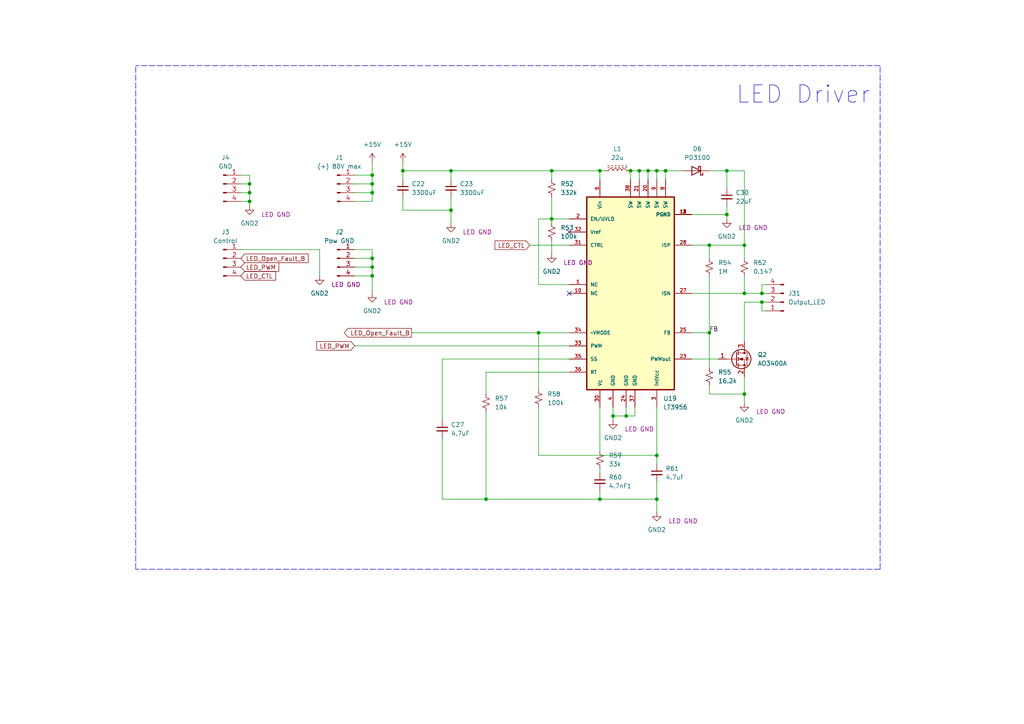
<source format=kicad_sch>
(kicad_sch (version 20211123) (generator eeschema)
  (paper "A4")
  (lib_symbols
    (symbol "Connector:Conn_01x04_Male" (pin_names (offset 1.016) hide)
      (property "Reference" "J" (at 0 5.08 0))
      (property "Value" "Conn_01x04_Male" (at 0 -7.62 0))
      (symbol "Conn_01x04_Male_1_1"
        (polyline (pts (xy 1.27 -5.08) (xy 0.8636 -5.08)) (stroke (width 0.1524)))
        (polyline (pts (xy 1.27 -2.54) (xy 0.8636 -2.54)) (stroke (width 0.1524)))
        (polyline (pts (xy 1.27 0) (xy 0.8636 0)) (stroke (width 0.1524)))
        (polyline (pts (xy 1.27 2.54) (xy 0.8636 2.54)) (stroke (width 0.1524)))
        (rectangle (start 0.8636 -4.953) (end 0 -5.207) (stroke (width 0.1524)) (fill (type outline)))
        (rectangle (start 0.8636 -2.413) (end 0 -2.667) (stroke (width 0.1524)) (fill (type outline)))
        (rectangle (start 0.8636 0.127) (end 0 -0.127) (stroke (width 0.1524)) (fill (type outline)))
        (rectangle (start 0.8636 2.667) (end 0 2.413) (stroke (width 0.1524)) (fill (type outline)))
        (pin passive line (at 5.08 2.54 180) (length 3.81) (name "Pin_1") (number "1"))
        (pin passive line (at 5.08 0 180) (length 3.81) (name "Pin_2") (number "2"))
        (pin passive line (at 5.08 -2.54 180) (length 3.81) (name "Pin_3") (number "3"))
        (pin passive line (at 5.08 -5.08 180) (length 3.81) (name "Pin_4") (number "4"))
      )
    )
    (symbol "Device:C_Small" (pin_numbers hide) (pin_names (offset 0.254) hide)
      (property "Reference" "C" (at 0.254 1.778 0))
      (property "Value" "C_Small" (at 0.254 -2.032 0))
      (symbol "C_Small_0_1"
        (polyline (pts (xy -1.524 -0.508) (xy 1.524 -0.508)) (stroke (width 0.3302)))
        (polyline (pts (xy -1.524 0.508) (xy 1.524 0.508)) (stroke (width 0.3048)))
      )
      (symbol "C_Small_1_1"
        (pin passive line (at 0 2.54 270) (length 2.032) (name "~") (number "1"))
        (pin passive line (at 0 -2.54 90) (length 2.032) (name "~") (number "2"))
      )
    )
    (symbol "Device:L_Ferrite" (pin_numbers hide) (pin_names (offset 1.016) hide)
      (property "Reference" "L" (at -1.27 0 90))
      (property "Value" "L_Ferrite" (at 2.794 0 90))
      (symbol "L_Ferrite_0_1"
        (arc (start 0 -2.54) (mid 0.635 -1.905) (end 0 -1.27))
        (arc (start 0 -1.27) (mid 0.635 -0.635) (end 0 0))
        (polyline (pts (xy 1.016 -2.794) (xy 1.016 -2.286)))
        (polyline (pts (xy 1.016 -1.778) (xy 1.016 -1.27)))
        (polyline (pts (xy 1.016 -0.762) (xy 1.016 -0.254)))
        (polyline (pts (xy 1.016 0.254) (xy 1.016 0.762)))
        (polyline (pts (xy 1.016 1.27) (xy 1.016 1.778)))
        (polyline (pts (xy 1.016 2.286) (xy 1.016 2.794)))
        (polyline (pts (xy 1.524 -2.286) (xy 1.524 -2.794)))
        (polyline (pts (xy 1.524 -1.27) (xy 1.524 -1.778)))
        (polyline (pts (xy 1.524 -0.254) (xy 1.524 -0.762)))
        (polyline (pts (xy 1.524 0.762) (xy 1.524 0.254)))
        (polyline (pts (xy 1.524 1.778) (xy 1.524 1.27)))
        (polyline (pts (xy 1.524 2.794) (xy 1.524 2.286)))
        (arc (start 0 0) (mid 0.635 0.635) (end 0 1.27))
        (arc (start 0 1.27) (mid 0.635 1.905) (end 0 2.54))
      )
      (symbol "L_Ferrite_1_1"
        (pin passive line (at 0 3.81 270) (length 1.27) (name "1") (number "1"))
        (pin passive line (at 0 -3.81 90) (length 1.27) (name "2") (number "2"))
      )
    )
    (symbol "Device:R_Small_US" (pin_numbers hide) (pin_names (offset 0.254) hide)
      (property "Reference" "R" (at 0.762 0.508 0))
      (property "Value" "R_Small_US" (at 0.762 -1.016 0))
      (symbol "R_Small_US_1_1"
        (polyline (pts (xy 0 0) (xy 1.016 -0.381) (xy 0 -0.762) (xy -1.016 -1.143) (xy 0 -1.524)))
        (polyline (pts (xy 0 1.524) (xy 1.016 1.143) (xy 0 0.762) (xy -1.016 0.381) (xy 0 0)))
        (pin passive line (at 0 2.54 270) (length 1.016) (name "~") (number "1"))
        (pin passive line (at 0 -2.54 90) (length 1.016) (name "~") (number "2"))
      )
    )
    (symbol "Diode:CDBA3100-HF" (pin_numbers hide) (pin_names hide)
      (property "Reference" "D" (at 0 2.54 0))
      (property "Value" "CDBA3100-HF" (at 0 -2.54 0))
      (symbol "CDBA3100-HF_0_1"
        (polyline (pts (xy 1.27 0) (xy -1.27 0)))
        (polyline (pts (xy 1.27 1.27) (xy 1.27 -1.27) (xy -1.27 0) (xy 1.27 1.27)) (stroke (width 0.254)))
        (polyline (pts (xy -1.905 0.635) (xy -1.905 1.27) (xy -1.27 1.27) (xy -1.27 -1.27) (xy -0.635 -1.27) (xy -0.635 -0.635)) (stroke (width 0.254)))
      )
      (symbol "CDBA3100-HF_1_1"
        (pin passive line (at -3.81 0 0) (length 2.54) (name "K") (number "1"))
        (pin passive line (at 3.81 0 180) (length 2.54) (name "A") (number "2"))
      )
    )
    (symbol "Transistor_FET:AO3400A" (pin_names hide)
      (property "Reference" "Q" (at 5.08 1.905 0))
      (property "Value" "AO3400A" (at 5.08 0 0))
      (symbol "AO3400A_0_1"
        (polyline (pts (xy 0.254 0) (xy -2.54 0)))
        (polyline (pts (xy 0.254 1.905) (xy 0.254 -1.905)) (stroke (width 0.254)))
        (polyline (pts (xy 0.762 -1.27) (xy 0.762 -2.286)) (stroke (width 0.254)))
        (polyline (pts (xy 0.762 0.508) (xy 0.762 -0.508)) (stroke (width 0.254)))
        (polyline (pts (xy 0.762 2.286) (xy 0.762 1.27)) (stroke (width 0.254)))
        (polyline (pts (xy 2.54 2.54) (xy 2.54 1.778)))
        (polyline (pts (xy 2.54 -2.54) (xy 2.54 0) (xy 0.762 0)))
        (polyline (pts (xy 0.762 -1.778) (xy 3.302 -1.778) (xy 3.302 1.778) (xy 0.762 1.778)))
        (polyline (pts (xy 1.016 0) (xy 2.032 0.381) (xy 2.032 -0.381) (xy 1.016 0)) (fill (type outline)))
        (polyline (pts (xy 2.794 0.508) (xy 2.921 0.381) (xy 3.683 0.381) (xy 3.81 0.254)))
        (polyline (pts (xy 3.302 0.381) (xy 2.921 -0.254) (xy 3.683 -0.254) (xy 3.302 0.381)))
        (circle (center 1.651 0) (radius 2.794) (stroke (width 0.254)))
        (circle (center 2.54 -1.778) (radius 0.254) (fill (type outline)))
        (circle (center 2.54 1.778) (radius 0.254) (fill (type outline)))
      )
      (symbol "AO3400A_1_1"
        (pin input line (at -5.08 0 0) (length 2.54) (name "G") (number "1"))
        (pin passive line (at 2.54 -5.08 90) (length 2.54) (name "S") (number "2"))
        (pin passive line (at 2.54 5.08 270) (length 2.54) (name "D") (number "3"))
      )
    )
    (symbol "power:GND2" (power) (pin_names (offset 0))
      (property "Value" "GND2" (at 0 -3.81 0))
      (symbol "GND2_0_1"
        (polyline (pts (xy 0 0) (xy 0 -1.27) (xy 1.27 -1.27) (xy 0 -2.54) (xy -1.27 -1.27) (xy 0 -1.27)))
      )
      (symbol "GND2_1_1"
        (pin power_in line (at 0 0 270) (length 0) hide (name "GND2") (number "1"))
      )
    )
    (symbol "project:+15V (LED)" (power) (pin_names (offset 0))
      (property "Value" "+15V (LED)" (at 0 3.556 0))
      (symbol "+15V (LED)_0_1"
        (polyline (pts (xy -0.762 1.27) (xy 0 2.54)))
        (polyline (pts (xy 0 0) (xy 0 2.54)))
        (polyline (pts (xy 0 2.54) (xy 0.762 1.27)))
      )
      (symbol "+15V (LED)_1_1"
        (pin power_in line (at 0 0 90) (length 0) hide (name "+15V") (number "1"))
      )
    )
    (symbol "project:LT3956" (pin_names (offset 1.016))
      (property "Reference" "U" (at -12.7 27.94 0))
      (property "Value" "LT3956" (at -20.32 -35.56 0))
      (symbol "LT3956_0_0"
        (rectangle (start -12.7 -29.21) (end 12.7 26.67) (stroke (width 0.4064)) (fill (type background)))
        (pin free line (at -17.78 1.27 0) (length 5.08) (name "NC") (number "1"))
        (pin free line (at -17.78 -1.27 0) (length 5.08) (name "NC") (number "10"))
        (pin power_in line (at 17.78 21.59 180) (length 5.08) (name "PGND") (number "12"))
        (pin power_in line (at 17.78 21.59 180) (length 5.08) (name "PGND") (number "13"))
        (pin power_in line (at 17.78 21.59 180) (length 5.08) (name "PGND") (number "14"))
        (pin power_in line (at 17.78 21.59 180) (length 5.08) (name "PGND") (number "15"))
        (pin power_in line (at 17.78 21.59 180) (length 5.08) (name "PGND") (number "16"))
        (pin power_in line (at 17.78 21.59 180) (length 5.08) (name "PGND") (number "17"))
        (pin input line (at -17.78 20.32 0) (length 5.08) (name "EN/UVLO") (number "2"))
        (pin output line (at 5.08 31.75 270) (length 5.08) (name "SW") (number "20"))
        (pin output line (at 2.54 31.75 270) (length 5.08) (name "SW") (number "21"))
        (pin output line (at 17.78 -20.32 180) (length 5.08) (name "PWMout") (number "23"))
        (pin power_in line (at -1.27 -34.29 90) (length 5.08) (name "GND") (number "24"))
        (pin input line (at 17.78 -12.7 180) (length 5.08) (name "FB") (number "25"))
        (pin input line (at 17.78 -1.27 180) (length 5.08) (name "ISN") (number "27"))
        (pin input line (at 17.78 12.7 180) (length 5.08) (name "ISP") (number "28"))
        (pin input line (at 7.62 -34.29 90) (length 5.08) (name "intVcc") (number "3"))
        (pin power_in line (at -8.89 -34.29 90) (length 5.08) (name "Vc") (number "30"))
        (pin input line (at -17.78 12.7 0) (length 5.08) (name "CTRL") (number "31"))
        (pin output line (at -17.78 16.51 0) (length 5.08) (name "Vref") (number "32"))
        (pin input line (at -17.78 -16.51 0) (length 5.08) (name "PWM") (number "33"))
        (pin input line (at -17.78 -12.7 0) (length 5.08) (name "~VMODE") (number "34"))
        (pin input line (at -17.78 -20.32 0) (length 5.08) (name "SS") (number "35"))
        (pin input line (at -17.78 -24.13 0) (length 5.08) (name "RT") (number "36"))
        (pin power_in line (at 1.27 -34.29 90) (length 5.08) (name "GND") (number "37"))
        (pin output line (at 0 31.75 270) (length 5.08) (name "SW") (number "38"))
        (pin power_out line (at -5.08 -34.29 90) (length 5.08) (name "GND") (number "4"))
        (pin power_in line (at -8.89 31.75 270) (length 5.08) (name "Vin") (number "6"))
        (pin output line (at 10.16 31.75 270) (length 5.08) (name "SW") (number "8"))
        (pin output line (at 7.62 31.75 270) (length 5.08) (name "SW") (number "9"))
      )
    )
  )
  (bus_alias "SPI" (members "SCK" "MOSI" "MISO" "CS"))
  (bus_alias "LAZ0R_CTL" (members "Veapons_Hot" "Laz0r?" "LAZOR!!!" "Fault" "Clear_Fault"))
  (junction (at 210.82 62.23))
  (junction (at 190.5 132.08))
  (junction (at 193.04 49.53))
  (junction (at 107.95 50.8))
  (junction (at 190.5 49.53))
  (junction (at 182.88 49.53))
  (junction (at 107.95 53.34))
  (junction (at 72.39 55.88))
  (junction (at 185.42 49.53))
  (junction (at 210.82 49.53))
  (junction (at 215.9 85.09))
  (junction (at 181.61 120.65))
  (junction (at 173.99 144.78))
  (junction (at 107.95 80.01))
  (junction (at 177.8 120.65))
  (junction (at 140.97 144.78))
  (junction (at 220.98 87.63))
  (junction (at 205.74 96.52))
  (junction (at 72.39 58.42))
  (junction (at 130.81 49.53))
  (junction (at 220.98 85.09))
  (junction (at 72.39 53.34))
  (junction (at 160.02 49.53))
  (junction (at 173.99 49.53))
  (junction (at 130.81 60.96))
  (junction (at 215.9 71.12))
  (junction (at 107.95 74.93))
  (junction (at 116.84 49.53))
  (junction (at 205.74 71.12))
  (junction (at 215.9 114.3))
  (junction (at 107.95 77.47))
  (junction (at 156.21 96.52))
  (junction (at 107.95 55.88))
  (junction (at 160.02 63.5))
  (junction (at 187.96 49.53))
  (junction (at 190.5 144.78))
  (no_connect (at 165.1 85.09))
  (no_connect (at 165.1 67.31))
  (wire (pts (xy 107.95 53.34) (xy 107.95 50.8)))
  (wire (pts (xy 165.1 104.14) (xy 128.27 104.14)))
  (wire (pts (xy 210.82 62.23) (xy 210.82 63.5)))
  (wire (pts (xy 69.85 50.8) (xy 72.39 50.8)))
  (wire (pts (xy 69.85 53.34) (xy 72.39 53.34)))
  (wire (pts (xy 102.87 80.01) (xy 107.95 80.01)))
  (wire (pts (xy 173.99 144.78) (xy 190.5 144.78)))
  (wire (pts (xy 205.74 96.52) (xy 205.74 106.68)))
  (wire (pts (xy 215.9 49.53) (xy 215.9 71.12)))
  (wire (pts (xy 205.74 71.12) (xy 205.74 74.93)))
  (wire (pts (xy 220.98 85.09) (xy 222.25 85.09)))
  (wire (pts (xy 215.9 85.09) (xy 220.98 85.09)))
  (wire (pts (xy 130.81 57.15) (xy 130.81 60.96)))
  (wire (pts (xy 92.71 72.39) (xy 92.71 80.01)))
  (wire (pts (xy 210.82 49.53) (xy 210.82 54.61)))
  (wire (pts (xy 116.84 57.15) (xy 116.84 60.96)))
  (wire (pts (xy 222.25 82.55) (xy 220.98 82.55)))
  (wire (pts (xy 102.87 100.33) (xy 165.1 100.33)))
  (wire (pts (xy 130.81 49.53) (xy 160.02 49.53)))
  (wire (pts (xy 200.66 85.09) (xy 215.9 85.09)))
  (wire (pts (xy 69.85 58.42) (xy 72.39 58.42)))
  (wire (pts (xy 102.87 53.34) (xy 107.95 53.34)))
  (wire (pts (xy 102.87 50.8) (xy 107.95 50.8)))
  (wire (pts (xy 185.42 49.53) (xy 187.96 49.53)))
  (wire (pts (xy 222.25 90.17) (xy 220.98 90.17)))
  (wire (pts (xy 173.99 49.53) (xy 175.26 49.53)))
  (wire (pts (xy 72.39 55.88) (xy 72.39 58.42)))
  (wire (pts (xy 107.95 77.47) (xy 107.95 80.01)))
  (wire (pts (xy 210.82 59.69) (xy 210.82 62.23)))
  (wire (pts (xy 140.97 119.38) (xy 140.97 144.78)))
  (wire (pts (xy 165.1 107.95) (xy 140.97 107.95)))
  (polyline (pts (xy 255.27 165.1) (xy 39.37 165.1)))
  (wire (pts (xy 193.04 49.53) (xy 198.12 49.53)))
  (wire (pts (xy 215.9 80.01) (xy 215.9 85.09)))
  (wire (pts (xy 177.8 120.65) (xy 177.8 121.92)))
  (polyline (pts (xy 39.37 165.1) (xy 39.37 19.05)))
  (wire (pts (xy 177.8 120.65) (xy 181.61 120.65)))
  (wire (pts (xy 205.74 111.76) (xy 205.74 114.3)))
  (wire (pts (xy 173.99 135.89) (xy 173.99 137.16)))
  (wire (pts (xy 185.42 49.53) (xy 185.42 52.07)))
  (wire (pts (xy 116.84 46.99) (xy 116.84 49.53)))
  (wire (pts (xy 184.15 118.11) (xy 184.15 120.65)))
  (wire (pts (xy 72.39 58.42) (xy 72.39 59.69)))
  (wire (pts (xy 160.02 63.5) (xy 165.1 63.5)))
  (wire (pts (xy 177.8 118.11) (xy 177.8 120.65)))
  (wire (pts (xy 72.39 50.8) (xy 72.39 53.34)))
  (wire (pts (xy 173.99 52.07) (xy 173.99 49.53)))
  (wire (pts (xy 107.95 80.01) (xy 107.95 85.09)))
  (wire (pts (xy 187.96 49.53) (xy 190.5 49.53)))
  (wire (pts (xy 128.27 144.78) (xy 140.97 144.78)))
  (wire (pts (xy 156.21 82.55) (xy 165.1 82.55)))
  (wire (pts (xy 107.95 55.88) (xy 107.95 53.34)))
  (wire (pts (xy 102.87 74.93) (xy 107.95 74.93)))
  (wire (pts (xy 72.39 53.34) (xy 72.39 55.88)))
  (wire (pts (xy 128.27 104.14) (xy 128.27 121.92)))
  (wire (pts (xy 190.5 49.53) (xy 193.04 49.53)))
  (wire (pts (xy 140.97 107.95) (xy 140.97 114.3)))
  (wire (pts (xy 182.88 49.53) (xy 185.42 49.53)))
  (wire (pts (xy 193.04 49.53) (xy 193.04 52.07)))
  (wire (pts (xy 107.95 74.93) (xy 107.95 77.47)))
  (wire (pts (xy 220.98 87.63) (xy 220.98 90.17)))
  (wire (pts (xy 160.02 63.5) (xy 160.02 64.77)))
  (wire (pts (xy 69.85 72.39) (xy 92.71 72.39)))
  (wire (pts (xy 156.21 96.52) (xy 156.21 113.03)))
  (wire (pts (xy 190.5 132.08) (xy 190.5 134.62)))
  (wire (pts (xy 116.84 49.53) (xy 130.81 49.53)))
  (wire (pts (xy 116.84 52.07) (xy 116.84 49.53)))
  (wire (pts (xy 205.74 80.01) (xy 205.74 96.52)))
  (wire (pts (xy 173.99 49.53) (xy 160.02 49.53)))
  (wire (pts (xy 102.87 55.88) (xy 107.95 55.88)))
  (wire (pts (xy 190.5 118.11) (xy 190.5 132.08)))
  (wire (pts (xy 200.66 96.52) (xy 205.74 96.52)))
  (wire (pts (xy 160.02 57.15) (xy 160.02 63.5)))
  (wire (pts (xy 215.9 109.22) (xy 215.9 114.3)))
  (wire (pts (xy 205.74 49.53) (xy 210.82 49.53)))
  (polyline (pts (xy 255.27 165.1) (xy 255.27 19.05)))
  (wire (pts (xy 215.9 71.12) (xy 215.9 74.93)))
  (wire (pts (xy 156.21 63.5) (xy 156.21 82.55)))
  (wire (pts (xy 220.98 87.63) (xy 222.25 87.63)))
  (wire (pts (xy 140.97 144.78) (xy 173.99 144.78)))
  (wire (pts (xy 181.61 118.11) (xy 181.61 120.65)))
  (wire (pts (xy 130.81 49.53) (xy 130.81 52.07)))
  (wire (pts (xy 102.87 77.47) (xy 107.95 77.47)))
  (wire (pts (xy 128.27 127) (xy 128.27 144.78)))
  (wire (pts (xy 160.02 69.85) (xy 160.02 73.66)))
  (wire (pts (xy 205.74 114.3) (xy 215.9 114.3)))
  (wire (pts (xy 182.88 49.53) (xy 182.88 52.07)))
  (wire (pts (xy 107.95 58.42) (xy 107.95 55.88)))
  (wire (pts (xy 107.95 50.8) (xy 107.95 46.99)))
  (wire (pts (xy 200.66 104.14) (xy 208.28 104.14)))
  (wire (pts (xy 173.99 142.24) (xy 173.99 144.78)))
  (wire (pts (xy 160.02 49.53) (xy 160.02 52.07)))
  (wire (pts (xy 200.66 71.12) (xy 205.74 71.12)))
  (wire (pts (xy 220.98 82.55) (xy 220.98 85.09)))
  (wire (pts (xy 210.82 49.53) (xy 215.9 49.53)))
  (wire (pts (xy 69.85 55.88) (xy 72.39 55.88)))
  (wire (pts (xy 153.67 71.12) (xy 165.1 71.12)))
  (wire (pts (xy 102.87 58.42) (xy 107.95 58.42)))
  (wire (pts (xy 130.81 60.96) (xy 130.81 64.77)))
  (wire (pts (xy 215.9 114.3) (xy 215.9 116.84)))
  (wire (pts (xy 102.87 72.39) (xy 107.95 72.39)))
  (wire (pts (xy 173.99 118.11) (xy 173.99 130.81)))
  (wire (pts (xy 190.5 144.78) (xy 190.5 148.59)))
  (wire (pts (xy 190.5 132.08) (xy 156.21 132.08)))
  (wire (pts (xy 119.38 96.52) (xy 156.21 96.52)))
  (wire (pts (xy 156.21 132.08) (xy 156.21 118.11)))
  (wire (pts (xy 200.66 62.23) (xy 210.82 62.23)))
  (wire (pts (xy 190.5 49.53) (xy 190.5 52.07)))
  (wire (pts (xy 165.1 96.52) (xy 156.21 96.52)))
  (wire (pts (xy 184.15 120.65) (xy 181.61 120.65)))
  (wire (pts (xy 190.5 139.7) (xy 190.5 144.78)))
  (wire (pts (xy 205.74 71.12) (xy 215.9 71.12)))
  (wire (pts (xy 116.84 60.96) (xy 130.81 60.96)))
  (wire (pts (xy 107.95 72.39) (xy 107.95 74.93)))
  (polyline (pts (xy 255.27 19.05) (xy 39.37 19.05)))
  (wire (pts (xy 160.02 63.5) (xy 156.21 63.5)))
  (wire (pts (xy 187.96 49.53) (xy 187.96 52.07)))
  (wire (pts (xy 215.9 87.63) (xy 215.9 99.06)))
  (wire (pts (xy 215.9 87.63) (xy 220.98 87.63)))
  (text "LED Driver" (at 213.36 30.48 0) (effects (font (size 5 5)) (justify left bottom)))
  (label "FB" (at 205.74 96.52 0))
  (global_label "LED_CTL" (shape input) (at 69.85 80.01 0) (property "Intersheet References" "${INTERSHEET_REFS}" (effects hide)))
  (global_label "LED_Open_Fault_B" (shape input) (at 69.85 74.93 0) (property "Intersheet References" "${INTERSHEET_REFS}" (effects hide)))
  (global_label "LED_PWM" (shape input) (at 69.85 77.47 0) (property "Intersheet References" "${INTERSHEET_REFS}" (effects hide)))
  (global_label "LED_Open_Fault_B" (shape output) (at 119.38 96.52 180) (property "Intersheet References" "${INTERSHEET_REFS}" (effects hide)))
  (global_label "LED_CTL" (shape input) (at 153.67 71.12 180) (property "Intersheet References" "${INTERSHEET_REFS}" (effects hide)))
  (global_label "LED_PWM" (shape input) (at 102.87 100.33 180) (property "Intersheet References" "${INTERSHEET_REFS}" (effects hide)))
  (symbol (lib_id "Device:L_Ferrite") (at 179.07 49.53 90) (unit 1)
    (property "Reference" "L1" (at 179.07 43.18 90))
    (property "Value" "22u" (at 179.07 45.72 90))
    (property "Footprint" "Project:CDRH74" (effects hide))
    (property "LCSC" "C133406" (effects hide))
  )
  (symbol (lib_id "Device:C_Small") (at 128.27 124.46 0) (unit 1)
    (property "Reference" "C27" (at 130.81 123.1962 0) (effects (justify left)))
    (property "Value" "4.7uF" (at 130.81 125.7362 0) (effects (justify left)))
    (property "Footprint" "Capacitor_SMD:C_0603_1608Metric" (effects hide))
  )
  (symbol (lib_id "Device:C_Small") (at 130.81 54.61 0) (unit 1)
    (property "Reference" "C23" (at 133.35 53.3462 0) (effects (justify left)))
    (property "Value" "3300uF" (at 133.35 55.8862 0) (effects (justify left)))
    (property "Footprint" "Capacitor_SMD:CP_Elec_18x22" (effects hide))
    (property "LCSL" "C90143" (effects hide))
  )
  (symbol (lib_id "Device:C_Small") (at 173.99 139.7 0) (unit 1)
    (property "Reference" "R60" (at 176.53 138.4362 0) (effects (justify left)))
    (property "Value" "4.7nF1" (at 176.53 140.9762 0) (effects (justify left)))
    (property "Footprint" "Capacitor_SMD:C_0603_1608Metric" (effects hide))
  )
  (symbol (lib_id "power:GND2") (at 210.82 63.5 0) (unit 1)
    (property "Reference" "#PWR0102" (effects hide))
    (property "Value" "GND2" (at 210.82 68.58 0))
    (property "Name" "LED GND" (at 218.44 66.04 0))
  )
  (symbol (lib_id "Connector:Conn_01x04_Male") (at 64.77 74.93 0) (unit 1)
    (property "Reference" "J3" (at 65.405 67.31 0))
    (property "Value" "Control" (at 65.405 69.85 0))
    (property "Footprint" "Connector_PinHeader_2.54mm:PinHeader_1x04_P2.54mm_Vertical" (effects hide))
  )
  (symbol (lib_id "power:GND2") (at 130.81 64.77 0) (unit 1)
    (property "Reference" "#PWR0126" (effects hide))
    (property "Value" "GND2" (at 130.81 69.85 0))
    (property "Name" "LED GND" (at 138.43 67.31 0))
  )
  (symbol (lib_id "power:GND2") (at 177.8 121.92 0) (unit 1)
    (property "Reference" "#PWR0189" (effects hide))
    (property "Value" "GND2" (at 177.8 127 0))
    (property "Name" "LED GND" (at 185.42 124.46 0))
  )
  (symbol (lib_id "power:GND2") (at 215.9 116.84 0) (unit 1)
    (property "Reference" "#PWR0120" (effects hide))
    (property "Value" "GND2" (at 215.9 121.92 0))
    (property "Name" "LED GND" (at 223.52 119.38 0))
  )
  (symbol (lib_id "Device:C_Small") (at 190.5 137.16 0) (unit 1)
    (property "Reference" "R61" (at 193.04 135.8962 0) (effects (justify left)))
    (property "Value" "4.7uF" (at 193.04 138.4362 0) (effects (justify left)))
    (property "Footprint" "Capacitor_SMD:C_0603_1608Metric" (effects hide))
  )
  (symbol (lib_id "project:+15V (LED)") (at 107.95 46.99 0) (unit 1)
    (property "Reference" "#PWR0103" (effects hide))
    (property "Value" "+15V (LED)" (at 107.95 41.91 0))
  )
  (symbol (lib_id "Device:C_Small") (at 210.82 57.15 0) (unit 1)
    (property "Reference" "C30" (at 213.36 55.8862 0) (effects (justify left)))
    (property "Value" "22uF" (at 213.36 58.4262 0) (effects (justify left)))
    (property "Footprint" "Capacitor_SMD:C_2220_5650Metric" (effects hide))
    (property "LCSC" "C575373" (effects hide))
  )
  (symbol (lib_id "Device:R_Small_US") (at 160.02 54.61 0) (unit 1)
    (property "Reference" "R52" (at 162.56 53.3399 0) (effects (justify left)))
    (property "Value" "332k" (at 162.56 55.8799 0) (effects (justify left)))
    (property "Footprint" "Capacitor_SMD:C_0603_1608Metric" (effects hide))
  )
  (symbol (lib_id "Device:R_Small_US") (at 160.02 67.31 0) (unit 1)
    (property "Reference" "R53" (at 162.56 66.0399 0) (effects (justify left)))
    (property "Value" "100k" (at 162.56 68.5799 0) (effects (justify left)))
    (property "Footprint" "Capacitor_SMD:C_0603_1608Metric" (effects hide))
  )
  (symbol (lib_id "power:GND2") (at 72.39 59.69 0) (unit 1)
    (property "Reference" "#PWR0105" (effects hide))
    (property "Value" "GND2" (at 72.39 64.77 0))
    (property "Name" "LED GND" (at 80.01 62.23 0))
  )
  (symbol (lib_id "Device:R_Small_US") (at 156.21 115.57 0) (unit 1)
    (property "Reference" "R58" (at 158.75 114.2999 0) (effects (justify left)))
    (property "Value" "100k" (at 158.75 116.8399 0) (effects (justify left)))
    (property "Footprint" "Capacitor_SMD:C_0603_1608Metric" (effects hide))
  )
  (symbol (lib_id "power:GND2") (at 107.95 85.09 0) (unit 1)
    (property "Reference" "#PWR0104" (effects hide))
    (property "Value" "GND2" (at 107.95 90.17 0))
    (property "Name" "LED GND" (at 115.57 87.63 0))
  )
  (symbol (lib_id "Device:R_Small_US") (at 205.74 109.22 0) (unit 1)
    (property "Reference" "R55" (at 208.28 107.9499 0) (effects (justify left)))
    (property "Value" "16.2k" (at 208.28 110.4899 0) (effects (justify left)))
    (property "Footprint" "Capacitor_SMD:C_0603_1608Metric" (effects hide))
  )
  (symbol (lib_id "power:GND2") (at 190.5 148.59 0) (unit 1)
    (property "Reference" "#PWR0192" (effects hide))
    (property "Value" "GND2" (at 190.5 153.67 0))
    (property "Name" "LED GND" (at 198.12 151.13 0))
  )
  (symbol (lib_id "project:+15V (LED)") (at 116.84 46.99 0) (unit 1)
    (property "Reference" "#PWR0101" (effects hide))
    (property "Value" "+15V (LED)" (at 116.84 41.91 0))
  )
  (symbol (lib_id "Transistor_FET:AO3400A") (at 213.36 104.14 0) (unit 1)
    (property "Reference" "Q2" (at 219.71 102.8699 0) (effects (justify left)))
    (property "Value" "AO3400A" (at 219.71 105.4099 0) (effects (justify left)))
    (property "Footprint" "Package_TO_SOT_SMD:SOT-23" (effects hide))
    (property "Datasheet" "http://www.aosmd.com/pdfs/datasheet/AO3400A.pdf" (effects hide))
  )
  (symbol (lib_id "Connector:Conn_01x04_Male") (at 97.79 74.93 0) (unit 1)
    (property "Reference" "J2" (at 98.425 67.31 0))
    (property "Value" "Pow GND" (at 98.425 69.85 0))
    (property "Footprint" "Connector_PinHeader_2.54mm:PinHeader_1x04_P2.54mm_Vertical" (effects hide))
  )
  (symbol (lib_id "Device:C_Small") (at 116.84 54.61 0) (unit 1)
    (property "Reference" "C22" (at 119.38 53.3462 0) (effects (justify left)))
    (property "Value" "3300uF" (at 119.38 55.8862 0) (effects (justify left)))
    (property "Footprint" "Capacitor_SMD:CP_Elec_18x22" (effects hide))
    (property "LCSL" "C90143" (effects hide))
  )
  (symbol (lib_id "Device:R_Small_US") (at 140.97 116.84 0) (unit 1)
    (property "Reference" "R57" (at 143.51 115.5699 0) (effects (justify left)))
    (property "Value" "10k" (at 143.51 118.1099 0) (effects (justify left)))
    (property "Footprint" "Capacitor_SMD:C_0603_1608Metric" (effects hide))
  )
  (symbol (lib_id "Device:R_Small_US") (at 173.99 133.35 0) (unit 1)
    (property "Reference" "R59" (at 176.53 132.0799 0) (effects (justify left)))
    (property "Value" "33k" (at 176.53 134.6199 0) (effects (justify left)))
    (property "Footprint" "Capacitor_SMD:C_0603_1608Metric" (effects hide))
  )
  (symbol (lib_id "Diode:CDBA3100-HF") (at 201.93 49.53 180) (unit 1)
    (property "Reference" "D6" (at 202.2475 43.18 0))
    (property "Value" "PD3100" (at 202.2475 45.72 0))
    (property "Footprint" "Diode_SMD:D_SMA" (effects hide))
    (property "Datasheet" "https://www.comchiptech.com/admin/files/product/CDBA340-HF%20Thru193640.%20CDBA3100-HF%20RevB.pdf" (effects hide))
  )
  (symbol (lib_id "power:GND2") (at 92.71 80.01 0) (unit 1)
    (property "Reference" "#PWR0106" (effects hide))
    (property "Value" "GND2" (at 92.71 85.09 0))
    (property "Name" "LED GND" (at 100.33 82.55 0))
  )
  (symbol (lib_id "Connector:Conn_01x04_Male") (at 64.77 53.34 0) (unit 1)
    (property "Reference" "J4" (at 65.405 45.72 0))
    (property "Value" "GND" (at 65.405 48.26 0))
    (property "Footprint" "Connector_PinHeader_2.54mm:PinHeader_1x04_P2.54mm_Vertical" (effects hide))
  )
  (symbol (lib_id "Device:R_Small_US") (at 215.9 77.47 0) (unit 1)
    (property "Reference" "R62" (at 218.44 76.1999 0) (effects (justify left)))
    (property "Value" "0.147" (at 218.44 78.7399 0) (effects (justify left)))
    (property "Footprint" "Resistor_SMD:R_1206_3216Metric" (effects hide))
    (property "LCSC" "C407311" (effects hide))
  )
  (symbol (lib_id "Connector:Conn_01x04_Male") (at 97.79 53.34 0) (unit 1)
    (property "Reference" "J1" (at 98.425 45.72 0))
    (property "Value" "(+) 80V max" (at 98.425 48.26 0))
    (property "Footprint" "Connector_PinHeader_2.54mm:PinHeader_1x04_P2.54mm_Vertical" (effects hide))
  )
  (symbol (lib_id "Device:R_Small_US") (at 205.74 77.47 0) (unit 1)
    (property "Reference" "R54" (at 208.28 76.1999 0) (effects (justify left)))
    (property "Value" "1M" (at 208.28 78.7399 0) (effects (justify left)))
    (property "Footprint" "Capacitor_SMD:C_0603_1608Metric" (effects hide))
  )
  (symbol (lib_id "Connector:Conn_01x04_Male") (at 227.33 87.63 180) (unit 1)
    (property "Reference" "J31" (at 228.6 85.0899 0) (effects (justify right)))
    (property "Value" "Output_LED" (at 228.6 87.6299 0) (effects (justify right)))
    (property "Footprint" "Connector_Molex:Molex_KK-254_AE-6410-04A_1x04_P2.54mm_Vertical" (effects hide))
    (property "LCSC" "C124378" (effects hide))
  )
  (symbol (lib_id "project:LT3956") (at 182.88 83.82 0) (unit 1)
    (property "Reference" "U19" (at 192.3797 115.57 0) (effects (justify left)))
    (property "Value" "LT3956" (at 192.3797 118.11 0) (effects (justify left)))
    (property "Footprint" "Project:CONV_LT3958EUHE#PBF" (effects hide))
  )
  (symbol (lib_id "power:GND2") (at 160.02 73.66 0) (unit 1)
    (property "Reference" "#PWR0162" (effects hide))
    (property "Value" "GND2" (at 160.02 78.74 0))
    (property "Name" "LED GND" (at 167.64 76.2 0))
  )
)
</source>
